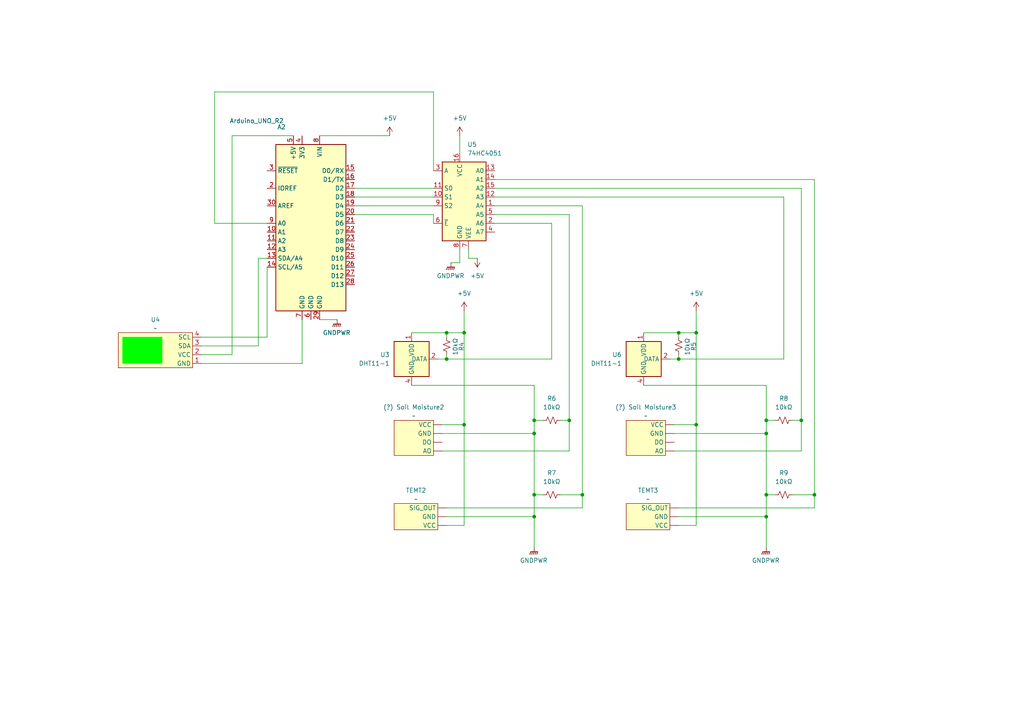
<source format=kicad_sch>
(kicad_sch (version 20231120) (generator "eeschema") (generator_version "8.0")
  (paper "A4")
  (lib_symbols
    (symbol "74xx:74HC4051"
      (property "Reference" "U" (at -5.08 11.43 0))
      (property "Value" "74HC4051" (at -7.62 -13.97 0))
      (symbol "74HC4051_0_1"
        (rectangle (start -5.08 10.16) (end 7.62 -12.7) (stroke (width 0.254)) (fill (type background)))
      )
      (symbol "74HC4051_1_1"
        (pin passive line (at 10.16 -2.54 180) (length 2.54) (name "A4") (number "1"))
        (pin input line (at -7.62 0 0) (length 2.54) (name "S1") (number "10"))
        (pin input line (at -7.62 2.54 0) (length 2.54) (name "S0") (number "11"))
        (pin passive line (at 10.16 0 180) (length 2.54) (name "A3") (number "12"))
        (pin passive line (at 10.16 7.62 180) (length 2.54) (name "A0") (number "13"))
        (pin passive line (at 10.16 5.08 180) (length 2.54) (name "A1") (number "14"))
        (pin passive line (at 10.16 2.54 180) (length 2.54) (name "A2") (number "15"))
        (pin power_in line (at 0 12.7 270) (length 2.54) (name "VCC") (number "16"))
        (pin passive line (at 10.16 -7.62 180) (length 2.54) (name "A6") (number "2"))
        (pin passive line (at -7.62 7.62 0) (length 2.54) (name "A") (number "3"))
        (pin passive line (at 10.16 -10.16 180) (length 2.54) (name "A7") (number "4"))
        (pin passive line (at 10.16 -5.08 180) (length 2.54) (name "A5") (number "5"))
        (pin input line (at -7.62 -7.62 0) (length 2.54) (name "~{E}") (number "6"))
        (pin power_in line (at 2.54 -15.24 90) (length 2.54) (name "VEE") (number "7"))
        (pin power_in line (at 0 -15.24 90) (length 2.54) (name "GND") (number "8"))
        (pin input line (at -7.62 -2.54 0) (length 2.54) (name "S2") (number "9"))
      )
    )
    (symbol "Device:R_Small_US" (pin_numbers hide) (pin_names (offset 0.254) hide)
      (property "Reference" "R" (at 0.762 0.508 0))
      (property "Value" "R_Small_US" (at 0.762 -1.016 0))
      (symbol "R_Small_US_1_1"
        (polyline (pts (xy 0 0) (xy 1.016 -0.381) (xy 0 -0.762) (xy -1.016 -1.143) (xy 0 -1.524)))
        (polyline (pts (xy 0 1.524) (xy 1.016 1.143) (xy 0 0.762) (xy -1.016 0.381) (xy 0 0)))
        (pin passive line (at 0 2.54 270) (length 1.016) (name "~") (number "1"))
        (pin passive line (at 0 -2.54 90) (length 1.016) (name "~") (number "2"))
      )
    )
    (symbol "MCU_Module:Arduino_UNO_R2"
      (property "Reference" "A" (at -10.16 23.495 0))
      (property "Value" "Arduino_UNO_R2" (at 5.08 -26.67 0))
      (symbol "Arduino_UNO_R2_0_1"
        (rectangle (start -10.16 22.86) (end 10.16 -25.4) (stroke (width 0.254)) (fill (type background)))
      )
      (symbol "Arduino_UNO_R2_1_1"
        (pin no_connect line (at -10.16 -20.32 0) (length 2.54) hide (name "NC") (number "1"))
        (pin bidirectional line (at 12.7 -2.54 180) (length 2.54) (name "A1") (number "10"))
        (pin bidirectional line (at 12.7 -5.08 180) (length 2.54) (name "A2") (number "11"))
        (pin bidirectional line (at 12.7 -7.62 180) (length 2.54) (name "A3") (number "12"))
        (pin bidirectional line (at 12.7 -10.16 180) (length 2.54) (name "SDA/A4") (number "13"))
        (pin bidirectional line (at 12.7 -12.7 180) (length 2.54) (name "SCL/A5") (number "14"))
        (pin bidirectional line (at -12.7 15.24 0) (length 2.54) (name "D0/RX") (number "15"))
        (pin bidirectional line (at -12.7 12.7 0) (length 2.54) (name "D1/TX") (number "16"))
        (pin bidirectional line (at -12.7 10.16 0) (length 2.54) (name "D2") (number "17"))
        (pin bidirectional line (at -12.7 7.62 0) (length 2.54) (name "D3") (number "18"))
        (pin bidirectional line (at -12.7 5.08 0) (length 2.54) (name "D4") (number "19"))
        (pin output line (at 12.7 10.16 180) (length 2.54) (name "IOREF") (number "2"))
        (pin bidirectional line (at -12.7 2.54 0) (length 2.54) (name "D5") (number "20"))
        (pin bidirectional line (at -12.7 0 0) (length 2.54) (name "D6") (number "21"))
        (pin bidirectional line (at -12.7 -2.54 0) (length 2.54) (name "D7") (number "22"))
        (pin bidirectional line (at -12.7 -5.08 0) (length 2.54) (name "D8") (number "23"))
        (pin bidirectional line (at -12.7 -7.62 0) (length 2.54) (name "D9") (number "24"))
        (pin bidirectional line (at -12.7 -10.16 0) (length 2.54) (name "D10") (number "25"))
        (pin bidirectional line (at -12.7 -12.7 0) (length 2.54) (name "D11") (number "26"))
        (pin bidirectional line (at -12.7 -15.24 0) (length 2.54) (name "D12") (number "27"))
        (pin bidirectional line (at -12.7 -17.78 0) (length 2.54) (name "D13") (number "28"))
        (pin power_in line (at -2.54 -27.94 90) (length 2.54) (name "GND") (number "29"))
        (pin input line (at 12.7 15.24 180) (length 2.54) (name "~{RESET}") (number "3"))
        (pin input line (at 12.7 5.08 180) (length 2.54) (name "AREF") (number "30"))
        (pin power_out line (at 2.54 25.4 270) (length 2.54) (name "3V3") (number "4"))
        (pin power_out line (at 5.08 25.4 270) (length 2.54) (name "+5V") (number "5"))
        (pin power_in line (at 0 -27.94 90) (length 2.54) (name "GND") (number "6"))
        (pin power_in line (at 2.54 -27.94 90) (length 2.54) (name "GND") (number "7"))
        (pin power_in line (at -2.54 25.4 270) (length 2.54) (name "VIN") (number "8"))
        (pin bidirectional line (at 12.7 0 180) (length 2.54) (name "A0") (number "9"))
      )
    )
    (symbol "Sensor:DHT11"
      (property "Reference" "U" (at -3.81 6.35 0))
      (property "Value" "DHT11" (at 3.81 6.35 0))
      (symbol "DHT11_0_1"
        (rectangle (start -5.08 5.08) (end 5.08 -5.08) (stroke (width 0.254)) (fill (type background)))
      )
      (symbol "DHT11_1_1"
        (pin power_in line (at 0 7.62 270) (length 2.54) (name "VDD") (number "1"))
        (pin bidirectional line (at 7.62 0 180) (length 2.54) (name "DATA") (number "2"))
        (pin no_connect line (at -5.08 0 0) (length 2.54) hide (name "NC") (number "3"))
        (pin power_in line (at 0 -7.62 90) (length 2.54) (name "GND") (number "4"))
      )
    )
    (symbol "power:+5V" (power) (pin_numbers hide) (pin_names (offset 0) hide)
      (property "Value" "+5V" (at 0 3.556 0))
      (symbol "+5V_0_1"
        (polyline (pts (xy -0.762 1.27) (xy 0 2.54)))
        (polyline (pts (xy 0 0) (xy 0 2.54)))
        (polyline (pts (xy 0 2.54) (xy 0.762 1.27)))
      )
      (symbol "+5V_1_1"
        (pin power_in line (at 0 0 90) (length 0) (name "~") (number "1"))
      )
    )
    (symbol "power:GNDPWR" (power) (pin_numbers hide) (pin_names (offset 0) hide)
      (property "Value" "GNDPWR" (at 0 -3.302 0))
      (symbol "GNDPWR_0_1"
        (polyline (pts (xy 0 -1.27) (xy 0 0)))
        (polyline (pts (xy -1.016 -1.27) (xy -1.27 -2.032) (xy -1.27 -2.032)) (stroke (width 0.2032)))
        (polyline (pts (xy -0.508 -1.27) (xy -0.762 -2.032) (xy -0.762 -2.032)) (stroke (width 0.2032)))
        (polyline (pts (xy 0 -1.27) (xy -0.254 -2.032) (xy -0.254 -2.032)) (stroke (width 0.2032)))
        (polyline (pts (xy 0.508 -1.27) (xy 0.254 -2.032) (xy 0.254 -2.032)) (stroke (width 0.2032)))
        (polyline (pts (xy 1.016 -1.27) (xy -1.016 -1.27) (xy -1.016 -1.27)) (stroke (width 0.2032)))
        (polyline (pts (xy 1.016 -1.27) (xy 0.762 -2.032) (xy 0.762 -2.032) (xy 0.762 -2.032)) (stroke (width 0.2032)))
      )
      (symbol "GNDPWR_1_1"
        (pin power_in line (at 0 0 270) (length 0) (name "~") (number "1"))
      )
    )
    (symbol "sensorLibrary:LCD1602_I2C"
      (property "Reference" "U" (at 0 0 0))
      (symbol "LCD1602_I2C_1_1"
        (rectangle (start -7.62 -1.27) (end 13.97 -11.43) (fill (type background)))
        (rectangle (start 1.27 -2.54) (end 12.7 -10.16) (stroke (width 0) (color 0 255 0 1)) (fill (type outline)))
        (pin power_out line (at -10.16 -2.54 0) (length 2.54) (name "GND") (number "1"))
        (pin power_in line (at -10.16 -5.08 0) (length 2.54) (name "VCC") (number "2"))
        (pin input line (at -10.16 -7.62 0) (length 2.54) (name "SDA") (number "3"))
        (pin input line (at -10.16 -10.16 0) (length 2.54) (name "SCL") (number "4"))
      )
    )
    (symbol "sensorLibrary:Soil_Moisture_Sensor"
      (property "Reference" "(?) Soil Moisture" (at 0.254 4.826 0))
      (symbol "Soil_Moisture_Sensor_0_1"
        (rectangle (start -7.62 3.81) (end 3.81 -6.35) (fill (type background)))
      )
      (symbol "Soil_Moisture_Sensor_1_1"
        (pin output line (at 6.35 -5.08 180) (length 2.54) (name "AO") (number ""))
        (pin output line (at 6.35 -2.54 180) (length 2.54) (name "DO") (number ""))
        (pin power_out line (at 6.35 0 180) (length 2.54) (name "GND") (number ""))
        (pin power_in line (at 6.35 2.54 180) (length 2.54) (name "VCC") (number ""))
      )
    )
    (symbol "sensorLibrary:TEMT6000"
      (property "Reference" "TEMT6000" (at 0 0 0))
      (symbol "TEMT6000_0_1"
        (rectangle (start -8.89 -1.27) (end 3.81 -8.89) (fill (type background)))
      )
      (symbol "TEMT6000_1_1"
        (pin power_out line (at 6.35 -5.08 180) (length 2.54) (name "GND") (number ""))
        (pin output line (at 6.35 -2.54 180) (length 2.54) (name "SIG_OUT") (number ""))
        (pin power_in line (at 6.35 -7.62 180) (length 2.54) (name "VCC") (number ""))
      )
    )
  )
  (junction (at 134.62 96.52))
  (junction (at 236.22 143.51))
  (junction (at 232.41 121.92))
  (junction (at 222.25 125.73))
  (junction (at 201.93 123.19))
  (junction (at 222.25 149.86))
  (junction (at 154.94 149.86))
  (junction (at 201.93 96.52))
  (junction (at 154.94 143.51))
  (junction (at 222.25 121.92))
  (junction (at 165.1 121.92))
  (junction (at 134.62 123.19))
  (junction (at 129.54 104.14))
  (junction (at 196.85 104.14))
  (junction (at 222.25 143.51))
  (junction (at 168.91 143.51))
  (junction (at 154.94 125.73))
  (junction (at 196.85 96.52))
  (junction (at 154.94 121.92))
  (junction (at 129.54 96.52))
  (wire (pts (xy 154.94 121.92) (xy 157.48 121.92)))
  (wire (pts (xy 85.09 39.37) (xy 67.31 39.37)))
  (wire (pts (xy 134.62 96.52) (xy 134.62 123.19)))
  (wire (pts (xy 162.56 143.51) (xy 168.91 143.51)))
  (wire (pts (xy 236.22 147.32) (xy 236.22 143.51)))
  (wire (pts (xy 227.33 104.14) (xy 227.33 57.15)))
  (wire (pts (xy 196.85 96.52) (xy 196.85 97.79)))
  (wire (pts (xy 129.54 96.52) (xy 134.62 96.52)))
  (wire (pts (xy 129.54 104.14) (xy 160.02 104.14)))
  (wire (pts (xy 162.56 121.92) (xy 165.1 121.92)))
  (wire (pts (xy 222.25 149.86) (xy 222.25 143.51)))
  (wire (pts (xy 196.85 96.52) (xy 201.93 96.52)))
  (wire (pts (xy 102.87 54.61) (xy 125.73 54.61)))
  (wire (pts (xy 128.27 125.73) (xy 154.94 125.73)))
  (wire (pts (xy 129.54 147.32) (xy 168.91 147.32)))
  (wire (pts (xy 236.22 52.07) (xy 236.22 143.51)))
  (wire (pts (xy 154.94 143.51) (xy 157.48 143.51)))
  (wire (pts (xy 128.27 123.19) (xy 134.62 123.19)))
  (wire (pts (xy 143.51 52.07) (xy 236.22 52.07)))
  (wire (pts (xy 154.94 149.86) (xy 154.94 158.75)))
  (wire (pts (xy 102.87 57.15) (xy 125.73 57.15)))
  (wire (pts (xy 74.93 74.93) (xy 77.47 74.93)))
  (wire (pts (xy 222.25 121.92) (xy 222.25 125.73)))
  (wire (pts (xy 62.23 64.77) (xy 77.47 64.77)))
  (wire (pts (xy 168.91 59.69) (xy 168.91 143.51)))
  (wire (pts (xy 133.35 76.2) (xy 133.35 72.39)))
  (wire (pts (xy 232.41 54.61) (xy 232.41 121.92)))
  (wire (pts (xy 222.25 143.51) (xy 224.79 143.51)))
  (wire (pts (xy 222.25 143.51) (xy 222.25 125.73)))
  (wire (pts (xy 134.62 152.4) (xy 134.62 123.19)))
  (wire (pts (xy 87.63 92.71) (xy 87.63 105.41)))
  (wire (pts (xy 58.42 100.33) (xy 74.93 100.33)))
  (wire (pts (xy 196.85 104.14) (xy 227.33 104.14)))
  (wire (pts (xy 58.42 97.79) (xy 77.47 97.79)))
  (wire (pts (xy 194.31 104.14) (xy 196.85 104.14)))
  (wire (pts (xy 154.94 143.51) (xy 154.94 125.73)))
  (wire (pts (xy 92.71 39.37) (xy 113.03 39.37)))
  (wire (pts (xy 119.38 96.52) (xy 129.54 96.52)))
  (wire (pts (xy 143.51 59.69) (xy 168.91 59.69)))
  (wire (pts (xy 154.94 149.86) (xy 154.94 143.51)))
  (wire (pts (xy 232.41 54.61) (xy 143.51 54.61)))
  (wire (pts (xy 232.41 130.81) (xy 232.41 121.92)))
  (wire (pts (xy 196.85 152.4) (xy 201.93 152.4)))
  (wire (pts (xy 129.54 96.52) (xy 129.54 97.79)))
  (wire (pts (xy 201.93 96.52) (xy 201.93 123.19)))
  (wire (pts (xy 186.69 111.76) (xy 222.25 111.76)))
  (wire (pts (xy 186.69 96.52) (xy 196.85 96.52)))
  (wire (pts (xy 129.54 102.87) (xy 129.54 104.14)))
  (wire (pts (xy 160.02 64.77) (xy 143.51 64.77)))
  (wire (pts (xy 160.02 64.77) (xy 160.02 104.14)))
  (wire (pts (xy 201.93 152.4) (xy 201.93 123.19)))
  (wire (pts (xy 129.54 152.4) (xy 134.62 152.4)))
  (wire (pts (xy 134.62 90.17) (xy 134.62 96.52)))
  (wire (pts (xy 165.1 62.23) (xy 165.1 121.92)))
  (wire (pts (xy 125.73 49.53) (xy 125.73 26.67)))
  (wire (pts (xy 128.27 130.81) (xy 165.1 130.81)))
  (wire (pts (xy 196.85 149.86) (xy 222.25 149.86)))
  (wire (pts (xy 229.87 121.92) (xy 232.41 121.92)))
  (wire (pts (xy 77.47 77.47) (xy 77.47 97.79)))
  (wire (pts (xy 129.54 149.86) (xy 154.94 149.86)))
  (wire (pts (xy 127 104.14) (xy 129.54 104.14)))
  (wire (pts (xy 227.33 57.15) (xy 143.51 57.15)))
  (wire (pts (xy 102.87 59.69) (xy 125.73 59.69)))
  (wire (pts (xy 195.58 130.81) (xy 232.41 130.81)))
  (wire (pts (xy 222.25 111.76) (xy 222.25 121.92)))
  (wire (pts (xy 135.89 72.39) (xy 135.89 74.93)))
  (wire (pts (xy 119.38 111.76) (xy 154.94 111.76)))
  (wire (pts (xy 62.23 26.67) (xy 62.23 64.77)))
  (wire (pts (xy 130.81 76.2) (xy 133.35 76.2)))
  (wire (pts (xy 67.31 39.37) (xy 67.31 102.87)))
  (wire (pts (xy 168.91 143.51) (xy 168.91 147.32)))
  (wire (pts (xy 133.35 39.37) (xy 133.35 44.45)))
  (wire (pts (xy 102.87 62.23) (xy 125.73 62.23)))
  (wire (pts (xy 154.94 111.76) (xy 154.94 121.92)))
  (wire (pts (xy 201.93 90.17) (xy 201.93 96.52)))
  (wire (pts (xy 196.85 102.87) (xy 196.85 104.14)))
  (wire (pts (xy 74.93 100.33) (xy 74.93 74.93)))
  (wire (pts (xy 195.58 123.19) (xy 201.93 123.19)))
  (wire (pts (xy 165.1 62.23) (xy 143.51 62.23)))
  (wire (pts (xy 195.58 125.73) (xy 222.25 125.73)))
  (wire (pts (xy 222.25 121.92) (xy 224.79 121.92)))
  (wire (pts (xy 196.85 147.32) (xy 236.22 147.32)))
  (wire (pts (xy 165.1 121.92) (xy 165.1 130.81)))
  (wire (pts (xy 125.73 62.23) (xy 125.73 64.77)))
  (wire (pts (xy 125.73 26.67) (xy 62.23 26.67)))
  (wire (pts (xy 229.87 143.51) (xy 236.22 143.51)))
  (wire (pts (xy 58.42 105.41) (xy 87.63 105.41)))
  (wire (pts (xy 154.94 121.92) (xy 154.94 125.73)))
  (wire (pts (xy 58.42 102.87) (xy 67.31 102.87)))
  (wire (pts (xy 135.89 74.93) (xy 138.43 74.93)))
  (wire (pts (xy 222.25 149.86) (xy 222.25 158.75)))
  (wire (pts (xy 92.71 92.71) (xy 97.79 92.71)))
  (symbol (lib_id "power:GNDPWR") (at 154.94 158.75 0) (unit 1)
    (property "Reference" "#PWR08" (effects (hide yes)))
    (property "Value" "GNDPWR" (at 154.813 162.56 0))
    (property "Description" "Power symbol creates a global label with name \"GNDPWR\" , global ground" (effects (hide yes)))
  )
  (symbol (lib_id "sensorLibrary:LCD1602_I2C") (at 48.26 107.95 180) (unit 1)
    (property "Reference" "U4" (at 45.085 92.71 0))
    (property "Value" "~" (at 45.085 95.25 0))
  )
  (symbol (lib_id "Sensor:DHT11") (at 119.38 104.14 0) (unit 1)
    (property "Reference" "U3" (at 113.03 102.8699 0) (effects (justify right)))
    (property "Value" "DHT11-1" (at 113.03 105.4099 0) (effects (justify right)))
    (property "Footprint" "Sensor:Aosong_DHT11_5.5x12.0_P2.54mm" (effects (hide yes)))
    (property "Datasheet" "http://akizukidenshi.com/download/ds/aosong/DHT11.pdf" (effects (hide yes)))
    (property "Description" "3.3V to 5.5V, temperature and humidity module, DHT11" (effects (hide yes)))
  )
  (symbol (lib_id "Device:R_Small_US") (at 196.85 100.33 0) (unit 1)
    (property "Reference" "R5" (at 201.168 101.854 90) (effects (justify left)))
    (property "Value" "10kΩ" (at 199.39 103.124 90) (effects (justify left)))
    (property "Description" "Resistor, small US symbol" (effects (hide yes)))
  )
  (symbol (lib_id "Device:R_Small_US") (at 227.33 121.92 90) (unit 1)
    (property "Reference" "R8" (at 227.33 115.57 90))
    (property "Value" "10kΩ" (at 227.33 118.11 90))
    (property "Description" "Resistor, small US symbol" (effects (hide yes)))
  )
  (symbol (lib_id "74xx:74HC4051") (at 133.35 57.15 0) (unit 1)
    (property "Reference" "U5" (at 135.5441 41.91 0) (effects (justify left)))
    (property "Value" "74HC4051" (at 135.5441 44.45 0) (effects (justify left)))
    (property "Datasheet" "http://www.ti.com/lit/ds/symlink/cd74hc4051.pdf" (effects (hide yes)))
    (property "Description" "8-channel analog multiplexer/demultiplexer, DIP-16/SOIC-16/TSSOP-16" (effects (hide yes)))
  )
  (symbol (lib_name "sensorLibrary:Soil_Moisture_Sensor") (lib_id "sensorLibrary:Soil_Moisture_Sensor") (at 189.23 125.73 0) (unit 1)
    (property "Reference" "(?) Soil Moisture3" (at 187.325 118.11 0))
    (property "Value" "~" (at 187.325 120.65 0))
  )
  (symbol (lib_id "power:+5V") (at 133.35 39.37 0) (unit 1)
    (property "Reference" "#PWR05" (effects (hide yes)))
    (property "Value" "+5V" (at 133.35 34.29 0))
    (property "Description" "Power symbol creates a global label with name \"+5V\"" (effects (hide yes)))
  )
  (symbol (lib_id "power:+5V") (at 201.93 90.17 0) (unit 1)
    (property "Reference" "#PWR010" (effects (hide yes)))
    (property "Value" "+5V" (at 201.93 85.09 0))
    (property "Description" "Power symbol creates a global label with name \"+5V\"" (effects (hide yes)))
  )
  (symbol (lib_name "sensorLibrary:TEMT6000") (lib_id "sensorLibrary:TEMT6000") (at 190.5 144.78 0) (unit 1)
    (property "Reference" "TEMT3" (at 187.96 142.24 0))
    (property "Value" "~" (at 187.96 144.78 0))
  )
  (symbol (lib_name "sensorLibrary:TEMT6000") (lib_id "sensorLibrary:TEMT6000") (at 123.19 144.78 0) (unit 1)
    (property "Reference" "TEMT2" (at 120.65 142.24 0))
    (property "Value" "~" (at 120.65 144.78 0))
  )
  (symbol (lib_id "Device:R_Small_US") (at 160.02 143.51 90) (unit 1)
    (property "Reference" "R7" (at 160.02 137.16 90))
    (property "Value" "10kΩ" (at 160.02 139.7 90))
    (property "Description" "Resistor, small US symbol" (effects (hide yes)))
  )
  (symbol (lib_id "Device:R_Small_US") (at 160.02 121.92 90) (unit 1)
    (property "Reference" "R6" (at 160.02 115.57 90))
    (property "Value" "10kΩ" (at 160.02 118.11 90))
    (property "Description" "Resistor, small US symbol" (effects (hide yes)))
  )
  (symbol (lib_id "power:+5V") (at 134.62 90.17 0) (unit 1)
    (property "Reference" "#PWR09" (effects (hide yes)))
    (property "Value" "+5V" (at 134.62 85.09 0))
    (property "Description" "Power symbol creates a global label with name \"+5V\"" (effects (hide yes)))
  )
  (symbol (lib_id "power:+5V") (at 113.03 39.37 0) (unit 1)
    (property "Reference" "#PWR04" (effects (hide yes)))
    (property "Value" "+5V" (at 113.03 34.29 0))
    (property "Description" "Power symbol creates a global label with name \"+5V\"" (effects (hide yes)))
  )
  (symbol (lib_id "power:GNDPWR") (at 97.79 92.71 0) (unit 1)
    (property "Reference" "#PWR03" (effects (hide yes)))
    (property "Value" "GNDPWR" (at 97.663 96.52 0))
    (property "Description" "Power symbol creates a global label with name \"GNDPWR\" , global ground" (effects (hide yes)))
  )
  (symbol (lib_id "Device:R_Small_US") (at 227.33 143.51 90) (unit 1)
    (property "Reference" "R9" (at 227.33 137.16 90))
    (property "Value" "10kΩ" (at 227.33 139.7 90))
    (property "Description" "Resistor, small US symbol" (effects (hide yes)))
  )
  (symbol (lib_id "power:GNDPWR") (at 130.81 76.2 0) (unit 1)
    (property "Reference" "#PWR06" (effects (hide yes)))
    (property "Value" "GNDPWR" (at 130.683 80.01 0))
    (property "Description" "Power symbol creates a global label with name \"GNDPWR\" , global ground" (effects (hide yes)))
  )
  (symbol (lib_id "power:GNDPWR") (at 222.25 158.75 0) (unit 1)
    (property "Reference" "#PWR011" (effects (hide yes)))
    (property "Value" "GNDPWR" (at 222.123 162.56 0))
    (property "Description" "Power symbol creates a global label with name \"GNDPWR\" , global ground" (effects (hide yes)))
  )
  (symbol (lib_id "power:+5V") (at 138.43 74.93 180) (unit 1)
    (property "Reference" "#PWR07" (effects (hide yes)))
    (property "Value" "+5V" (at 138.43 80.01 0))
    (property "Description" "Power symbol creates a global label with name \"+5V\"" (effects (hide yes)))
  )
  (symbol (lib_id "MCU_Module:Arduino_UNO_R2") (at 90.17 64.77 0) (mirror y) (unit 1)
    (property "Reference" "A2" (at 82.8959 36.83 0) (effects (justify left)))
    (property "Value" "Arduino_UNO_R2" (at 82.296 35.052 0) (effects (justify left)))
    (property "Footprint" "Module:Arduino_UNO_R2" (effects (hide yes)))
    (property "Datasheet" "https://www.arduino.cc/en/Main/arduinoBoardUno" (effects (hide yes)))
    (property "Description" "Arduino UNO Microcontroller Module, release 2" (effects (hide yes)))
  )
  (symbol (lib_name "sensorLibrary:Soil_Moisture_Sensor") (lib_id "sensorLibrary:Soil_Moisture_Sensor") (at 121.92 125.73 0) (unit 1)
    (property "Reference" "(?) Soil Moisture2" (at 120.015 118.11 0))
    (property "Value" "~" (at 120.015 120.65 0))
  )
  (symbol (lib_id "Sensor:DHT11") (at 186.69 104.14 0) (unit 1)
    (property "Reference" "U6" (at 180.34 102.8699 0) (effects (justify right)))
    (property "Value" "DHT11-1" (at 180.34 105.4099 0) (effects (justify right)))
    (property "Footprint" "Sensor:Aosong_DHT11_5.5x12.0_P2.54mm" (effects (hide yes)))
    (property "Datasheet" "http://akizukidenshi.com/download/ds/aosong/DHT11.pdf" (effects (hide yes)))
    (property "Description" "3.3V to 5.5V, temperature and humidity module, DHT11" (effects (hide yes)))
  )
  (symbol (lib_id "Device:R_Small_US") (at 129.54 100.33 0) (unit 1)
    (property "Reference" "R4" (at 133.858 101.854 90) (effects (justify left)))
    (property "Value" "10kΩ" (at 132.08 103.124 90) (effects (justify left)))
    (property "Description" "Resistor, small US symbol" (effects (hide yes)))
  )
)
</source>
